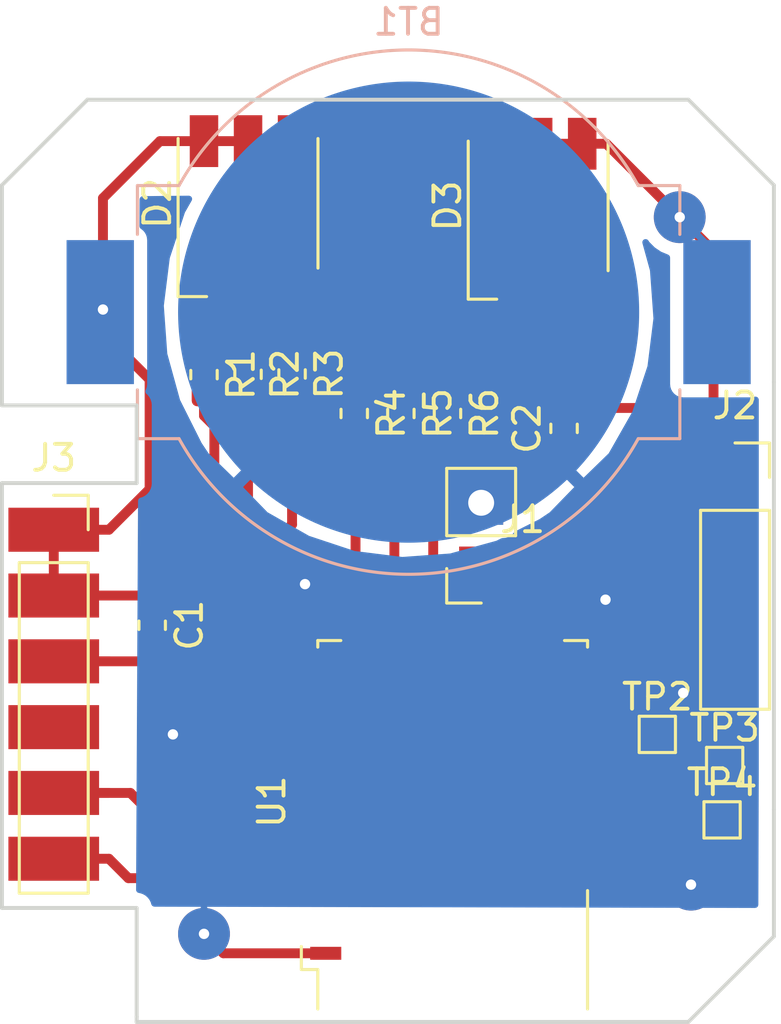
<source format=kicad_pcb>
(kicad_pcb (version 20171130) (host pcbnew "(5.1.5)-3")

  (general
    (thickness 1.6)
    (drawings 18)
    (tracks 145)
    (zones 0)
    (modules 18)
    (nets 23)
  )

  (page A4)
  (layers
    (0 F.Cu signal)
    (31 B.Cu signal)
    (32 B.Adhes user hide)
    (33 F.Adhes user hide)
    (34 B.Paste user hide)
    (35 F.Paste user hide)
    (36 B.SilkS user)
    (37 F.SilkS user)
    (38 B.Mask user)
    (39 F.Mask user)
    (40 Dwgs.User user hide)
    (41 Cmts.User user hide)
    (42 Eco1.User user hide)
    (43 Eco2.User user hide)
    (44 Edge.Cuts user)
    (45 Margin user hide)
    (46 B.CrtYd user hide)
    (47 F.CrtYd user hide)
    (48 B.Fab user hide)
    (49 F.Fab user hide)
  )

  (setup
    (last_trace_width 0.25)
    (user_trace_width 0.381)
    (user_trace_width 0.5)
    (user_trace_width 0.6)
    (user_trace_width 0.7)
    (trace_clearance 0.2)
    (zone_clearance 0.508)
    (zone_45_only no)
    (trace_min 0.2)
    (via_size 0.8)
    (via_drill 0.4)
    (via_min_size 0.4)
    (via_min_drill 0.3)
    (user_via 0.5 0.4)
    (uvia_size 0.3)
    (uvia_drill 0.1)
    (uvias_allowed no)
    (uvia_min_size 0.2)
    (uvia_min_drill 0.1)
    (edge_width 0.15)
    (segment_width 0.2)
    (pcb_text_width 0.3)
    (pcb_text_size 1.5 1.5)
    (mod_edge_width 0.15)
    (mod_text_size 1 1)
    (mod_text_width 0.15)
    (pad_size 1.7 1.7)
    (pad_drill 1)
    (pad_to_mask_clearance 0.051)
    (solder_mask_min_width 0.25)
    (aux_axis_origin 0 0)
    (visible_elements 7FFFEFFF)
    (pcbplotparams
      (layerselection 0x01000_ffffffff)
      (usegerberextensions true)
      (usegerberattributes false)
      (usegerberadvancedattributes false)
      (creategerberjobfile false)
      (excludeedgelayer true)
      (linewidth 0.100000)
      (plotframeref false)
      (viasonmask false)
      (mode 1)
      (useauxorigin false)
      (hpglpennumber 1)
      (hpglpenspeed 20)
      (hpglpendiameter 15.000000)
      (psnegative false)
      (psa4output false)
      (plotreference true)
      (plotvalue true)
      (plotinvisibletext false)
      (padsonsilk false)
      (subtractmaskfromsilk false)
      (outputformat 3)
      (mirror false)
      (drillshape 0)
      (scaleselection 1)
      (outputdirectory "Gerbers/"))
  )

  (net 0 "")
  (net 1 GND)
  (net 2 +3V3)
  (net 3 RX)
  (net 4 TX)
  (net 5 CTS)
  (net 6 RTS)
  (net 7 BLUE1)
  (net 8 RED1)
  (net 9 GREEN1)
  (net 10 "Net-(TP2-Pad1)")
  (net 11 SW0)
  (net 12 GREEN0)
  (net 13 RED0)
  (net 14 BLUE0)
  (net 15 "Net-(J3-Pad5)")
  (net 16 "Net-(J3-Pad6)")
  (net 17 "Net-(D2-Pad3)")
  (net 18 "Net-(D2-Pad2)")
  (net 19 "Net-(D2-Pad1)")
  (net 20 "Net-(D3-Pad3)")
  (net 21 "Net-(D3-Pad2)")
  (net 22 "Net-(D3-Pad1)")

  (net_class Default "This is the default net class."
    (clearance 0.2)
    (trace_width 0.25)
    (via_dia 0.8)
    (via_drill 0.4)
    (uvia_dia 0.3)
    (uvia_drill 0.1)
    (add_net +3V3)
    (add_net BLUE0)
    (add_net BLUE1)
    (add_net CTS)
    (add_net GND)
    (add_net GREEN0)
    (add_net GREEN1)
    (add_net "Net-(D2-Pad1)")
    (add_net "Net-(D2-Pad2)")
    (add_net "Net-(D2-Pad3)")
    (add_net "Net-(D3-Pad1)")
    (add_net "Net-(D3-Pad2)")
    (add_net "Net-(D3-Pad3)")
    (add_net "Net-(J3-Pad5)")
    (add_net "Net-(J3-Pad6)")
    (add_net "Net-(TP2-Pad1)")
    (add_net RED0)
    (add_net RED1)
    (add_net RTS)
    (add_net RX)
    (add_net SW0)
    (add_net TX)
  )

  (net_class Power ""
    (clearance 0.2)
    (trace_width 0.35)
    (via_dia 0.8)
    (via_drill 0.4)
    (uvia_dia 0.3)
    (uvia_drill 0.1)
  )

  (module Connector_PinSocket_2.54mm:PinSocket_1x06_P2.54mm_Vertical (layer F.Cu) (tedit 604C5942) (tstamp 604C65A6)
    (at 119.5 76)
    (descr "Through hole straight socket strip, 1x06, 2.54mm pitch, single row (from Kicad 4.0.7), script generated")
    (tags "Through hole socket strip THT 1x06 2.54mm single row")
    (path /604DE809)
    (fp_text reference J3 (at 0 -2.77) (layer F.SilkS)
      (effects (font (size 1 1) (thickness 0.15)))
    )
    (fp_text value Conn_01x06 (at 0 15.47) (layer F.Fab)
      (effects (font (size 1 1) (thickness 0.15)))
    )
    (fp_line (start -1.27 -1.27) (end 0.635 -1.27) (layer F.Fab) (width 0.1))
    (fp_line (start 0.635 -1.27) (end 1.27 -0.635) (layer F.Fab) (width 0.1))
    (fp_line (start 1.27 -0.635) (end 1.27 13.97) (layer F.Fab) (width 0.1))
    (fp_line (start 1.27 13.97) (end -1.27 13.97) (layer F.Fab) (width 0.1))
    (fp_line (start -1.27 13.97) (end -1.27 -1.27) (layer F.Fab) (width 0.1))
    (fp_line (start -1.33 1.27) (end 1.33 1.27) (layer F.SilkS) (width 0.12))
    (fp_line (start -1.33 1.27) (end -1.33 14.03) (layer F.SilkS) (width 0.12))
    (fp_line (start -1.33 14.03) (end 1.33 14.03) (layer F.SilkS) (width 0.12))
    (fp_line (start 1.33 1.27) (end 1.33 14.03) (layer F.SilkS) (width 0.12))
    (fp_line (start 1.33 -1.33) (end 1.33 0) (layer F.SilkS) (width 0.12))
    (fp_line (start 0 -1.33) (end 1.33 -1.33) (layer F.SilkS) (width 0.12))
    (fp_line (start -1.8 -1.8) (end 1.75 -1.8) (layer F.CrtYd) (width 0.05))
    (fp_line (start 1.75 -1.8) (end 1.75 14.45) (layer F.CrtYd) (width 0.05))
    (fp_line (start 1.75 14.45) (end -1.8 14.45) (layer F.CrtYd) (width 0.05))
    (fp_line (start -1.8 14.45) (end -1.8 -1.8) (layer F.CrtYd) (width 0.05))
    (fp_text user %R (at 0 6.35 90) (layer F.Fab)
      (effects (font (size 1 1) (thickness 0.15)))
    )
    (pad 1 smd rect (at 0 0) (size 3.5 1.7) (layers F.Cu F.Paste F.Mask)
      (net 2 +3V3))
    (pad 2 smd rect (at 0 2.54) (size 3.5 1.7) (layers F.Cu F.Paste F.Mask)
      (net 2 +3V3))
    (pad 3 smd rect (at 0 5.08) (size 3.5 1.7) (layers F.Cu F.Paste F.Mask)
      (net 1 GND))
    (pad 4 smd rect (at 0 7.62) (size 3.5 1.7) (layers F.Cu F.Paste F.Mask))
    (pad 5 smd rect (at 0 10.16) (size 3.5 1.7) (layers F.Cu F.Paste F.Mask)
      (net 15 "Net-(J3-Pad5)"))
    (pad 6 smd rect (at 0 12.7) (size 3.5 1.7) (layers F.Cu F.Paste F.Mask)
      (net 16 "Net-(J3-Pad6)"))
  )

  (module LED_SMD:LED_RGB_5050-6 (layer F.Cu) (tedit 59155824) (tstamp 60503E88)
    (at 127 63.4 90)
    (descr http://cdn.sparkfun.com/datasheets/Components/LED/5060BRG4.pdf)
    (tags "RGB LED 5050-6")
    (path /60437609)
    (attr smd)
    (fp_text reference D2 (at 0 -3.5 270) (layer F.SilkS)
      (effects (font (size 1 1) (thickness 0.15)))
    )
    (fp_text value LED_RGB_5050 (at 0 3.3 90) (layer F.Fab)
      (effects (font (size 1 1) (thickness 0.15)))
    )
    (fp_circle (center 0 0) (end 0 -1.9) (layer F.Fab) (width 0.1))
    (fp_text user %R (at 0 0 90) (layer F.Fab)
      (effects (font (size 0.6 0.6) (thickness 0.06)))
    )
    (fp_line (start -3.65 -2.75) (end -3.65 2.75) (layer F.CrtYd) (width 0.05))
    (fp_line (start -3.65 2.75) (end 3.65 2.75) (layer F.CrtYd) (width 0.05))
    (fp_line (start 3.65 2.75) (end 3.65 -2.75) (layer F.CrtYd) (width 0.05))
    (fp_line (start 3.65 -2.75) (end -3.65 -2.75) (layer F.CrtYd) (width 0.05))
    (fp_line (start 2.5 2.7) (end -2.5 2.7) (layer F.SilkS) (width 0.12))
    (fp_line (start -3.6 -1.6) (end -3.6 -2.7) (layer F.SilkS) (width 0.12))
    (fp_line (start -3.6 -2.7) (end 2.5 -2.7) (layer F.SilkS) (width 0.12))
    (fp_line (start -2.5 -2.5) (end -2.5 2.5) (layer F.Fab) (width 0.1))
    (fp_line (start -2.5 2.5) (end 2.5 2.5) (layer F.Fab) (width 0.1))
    (fp_line (start 2.5 2.5) (end 2.5 -2.5) (layer F.Fab) (width 0.1))
    (fp_line (start 2.5 -2.5) (end -2.5 -2.5) (layer F.Fab) (width 0.1))
    (fp_line (start -2.5 -1.9) (end -1.9 -2.5) (layer F.Fab) (width 0.1))
    (pad 6 smd rect (at 2.4 -1.7 180) (size 1.1 2) (layers F.Cu F.Paste F.Mask)
      (net 2 +3V3))
    (pad 5 smd rect (at 2.4 0 180) (size 1.1 2) (layers F.Cu F.Paste F.Mask)
      (net 2 +3V3))
    (pad 4 smd rect (at 2.4 1.7 180) (size 1.1 2) (layers F.Cu F.Paste F.Mask)
      (net 2 +3V3))
    (pad 3 smd rect (at -2.4 1.7 180) (size 1.1 2) (layers F.Cu F.Paste F.Mask)
      (net 17 "Net-(D2-Pad3)"))
    (pad 2 smd rect (at -2.4 0 180) (size 1.1 2) (layers F.Cu F.Paste F.Mask)
      (net 18 "Net-(D2-Pad2)"))
    (pad 1 smd rect (at -2.4 -1.7 180) (size 1.1 2) (layers F.Cu F.Paste F.Mask)
      (net 19 "Net-(D2-Pad1)"))
    (model ${KISYS3DMOD}/LED_SMD.3dshapes/LED_RGB_5050-6.wrl
      (at (xyz 0 0 0))
      (scale (xyz 1 1 1))
      (rotate (xyz 0 0 0))
    )
  )

  (module Resistor_SMD:R_0603_1608Metric (layer F.Cu) (tedit 5B301BBD) (tstamp 60497B2F)
    (at 125.3 70.0125 270)
    (descr "Resistor SMD 0603 (1608 Metric), square (rectangular) end terminal, IPC_7351 nominal, (Body size source: http://www.tortai-tech.com/upload/download/2011102023233369053.pdf), generated with kicad-footprint-generator")
    (tags resistor)
    (path /60493226)
    (attr smd)
    (fp_text reference R1 (at 0 -1.43 90) (layer F.SilkS)
      (effects (font (size 1 1) (thickness 0.15)))
    )
    (fp_text value 330 (at 0 1.43 90) (layer F.Fab)
      (effects (font (size 1 1) (thickness 0.15)))
    )
    (fp_text user %R (at 0 0 90) (layer F.Fab)
      (effects (font (size 0.4 0.4) (thickness 0.06)))
    )
    (fp_line (start 1.48 0.73) (end -1.48 0.73) (layer F.CrtYd) (width 0.05))
    (fp_line (start 1.48 -0.73) (end 1.48 0.73) (layer F.CrtYd) (width 0.05))
    (fp_line (start -1.48 -0.73) (end 1.48 -0.73) (layer F.CrtYd) (width 0.05))
    (fp_line (start -1.48 0.73) (end -1.48 -0.73) (layer F.CrtYd) (width 0.05))
    (fp_line (start -0.162779 0.51) (end 0.162779 0.51) (layer F.SilkS) (width 0.12))
    (fp_line (start -0.162779 -0.51) (end 0.162779 -0.51) (layer F.SilkS) (width 0.12))
    (fp_line (start 0.8 0.4) (end -0.8 0.4) (layer F.Fab) (width 0.1))
    (fp_line (start 0.8 -0.4) (end 0.8 0.4) (layer F.Fab) (width 0.1))
    (fp_line (start -0.8 -0.4) (end 0.8 -0.4) (layer F.Fab) (width 0.1))
    (fp_line (start -0.8 0.4) (end -0.8 -0.4) (layer F.Fab) (width 0.1))
    (pad 2 smd roundrect (at 0.7875 0 270) (size 0.875 0.95) (layers F.Cu F.Paste F.Mask) (roundrect_rratio 0.25)
      (net 12 GREEN0))
    (pad 1 smd roundrect (at -0.7875 0 270) (size 0.875 0.95) (layers F.Cu F.Paste F.Mask) (roundrect_rratio 0.25)
      (net 19 "Net-(D2-Pad1)"))
    (model ${KISYS3DMOD}/Resistor_SMD.3dshapes/R_0603_1608Metric.wrl
      (at (xyz 0 0 0))
      (scale (xyz 1 1 1))
      (rotate (xyz 0 0 0))
    )
  )

  (module LED_SMD:LED_RGB_5050-6 (layer F.Cu) (tedit 59155824) (tstamp 60504014)
    (at 138.2 63.5 90)
    (descr http://cdn.sparkfun.com/datasheets/Components/LED/5060BRG4.pdf)
    (tags "RGB LED 5050-6")
    (path /604447A5)
    (attr smd)
    (fp_text reference D3 (at 0 -3.5 270) (layer F.SilkS)
      (effects (font (size 1 1) (thickness 0.15)))
    )
    (fp_text value LED_RGB_5050 (at 0 3.3 90) (layer F.Fab)
      (effects (font (size 1 1) (thickness 0.15)))
    )
    (fp_circle (center 0 0) (end 0 -1.9) (layer F.Fab) (width 0.1))
    (fp_text user %R (at 0 0 90) (layer F.Fab)
      (effects (font (size 0.6 0.6) (thickness 0.06)))
    )
    (fp_line (start -3.65 -2.75) (end -3.65 2.75) (layer F.CrtYd) (width 0.05))
    (fp_line (start -3.65 2.75) (end 3.65 2.75) (layer F.CrtYd) (width 0.05))
    (fp_line (start 3.65 2.75) (end 3.65 -2.75) (layer F.CrtYd) (width 0.05))
    (fp_line (start 3.65 -2.75) (end -3.65 -2.75) (layer F.CrtYd) (width 0.05))
    (fp_line (start 2.5 2.7) (end -2.5 2.7) (layer F.SilkS) (width 0.12))
    (fp_line (start -3.6 -1.6) (end -3.6 -2.7) (layer F.SilkS) (width 0.12))
    (fp_line (start -3.6 -2.7) (end 2.5 -2.7) (layer F.SilkS) (width 0.12))
    (fp_line (start -2.5 -2.5) (end -2.5 2.5) (layer F.Fab) (width 0.1))
    (fp_line (start -2.5 2.5) (end 2.5 2.5) (layer F.Fab) (width 0.1))
    (fp_line (start 2.5 2.5) (end 2.5 -2.5) (layer F.Fab) (width 0.1))
    (fp_line (start 2.5 -2.5) (end -2.5 -2.5) (layer F.Fab) (width 0.1))
    (fp_line (start -2.5 -1.9) (end -1.9 -2.5) (layer F.Fab) (width 0.1))
    (pad 6 smd rect (at 2.4 -1.7 180) (size 1.1 2) (layers F.Cu F.Paste F.Mask)
      (net 2 +3V3))
    (pad 5 smd rect (at 2.4 0 180) (size 1.1 2) (layers F.Cu F.Paste F.Mask)
      (net 2 +3V3))
    (pad 4 smd rect (at 2.4 1.7 180) (size 1.1 2) (layers F.Cu F.Paste F.Mask)
      (net 2 +3V3))
    (pad 3 smd rect (at -2.4 1.7 180) (size 1.1 2) (layers F.Cu F.Paste F.Mask)
      (net 20 "Net-(D3-Pad3)"))
    (pad 2 smd rect (at -2.4 0 180) (size 1.1 2) (layers F.Cu F.Paste F.Mask)
      (net 21 "Net-(D3-Pad2)"))
    (pad 1 smd rect (at -2.4 -1.7 180) (size 1.1 2) (layers F.Cu F.Paste F.Mask)
      (net 22 "Net-(D3-Pad1)"))
    (model ${KISYS3DMOD}/LED_SMD.3dshapes/LED_RGB_5050-6.wrl
      (at (xyz 0 0 0))
      (scale (xyz 1 1 1))
      (rotate (xyz 0 0 0))
    )
  )

  (module Resistor_SMD:R_0603_1608Metric (layer F.Cu) (tedit 5B301BBD) (tstamp 6049776A)
    (at 127 70 270)
    (descr "Resistor SMD 0603 (1608 Metric), square (rectangular) end terminal, IPC_7351 nominal, (Body size source: http://www.tortai-tech.com/upload/download/2011102023233369053.pdf), generated with kicad-footprint-generator")
    (tags resistor)
    (path /60493EBF)
    (attr smd)
    (fp_text reference R2 (at 0 -1.43 90) (layer F.SilkS)
      (effects (font (size 1 1) (thickness 0.15)))
    )
    (fp_text value 330 (at 0 1.43 90) (layer F.Fab)
      (effects (font (size 1 1) (thickness 0.15)))
    )
    (fp_line (start -0.8 0.4) (end -0.8 -0.4) (layer F.Fab) (width 0.1))
    (fp_line (start -0.8 -0.4) (end 0.8 -0.4) (layer F.Fab) (width 0.1))
    (fp_line (start 0.8 -0.4) (end 0.8 0.4) (layer F.Fab) (width 0.1))
    (fp_line (start 0.8 0.4) (end -0.8 0.4) (layer F.Fab) (width 0.1))
    (fp_line (start -0.162779 -0.51) (end 0.162779 -0.51) (layer F.SilkS) (width 0.12))
    (fp_line (start -0.162779 0.51) (end 0.162779 0.51) (layer F.SilkS) (width 0.12))
    (fp_line (start -1.48 0.73) (end -1.48 -0.73) (layer F.CrtYd) (width 0.05))
    (fp_line (start -1.48 -0.73) (end 1.48 -0.73) (layer F.CrtYd) (width 0.05))
    (fp_line (start 1.48 -0.73) (end 1.48 0.73) (layer F.CrtYd) (width 0.05))
    (fp_line (start 1.48 0.73) (end -1.48 0.73) (layer F.CrtYd) (width 0.05))
    (fp_text user %R (at 0 0 90) (layer F.Fab)
      (effects (font (size 0.4 0.4) (thickness 0.06)))
    )
    (pad 1 smd roundrect (at -0.7875 0 270) (size 0.875 0.95) (layers F.Cu F.Paste F.Mask) (roundrect_rratio 0.25)
      (net 18 "Net-(D2-Pad2)"))
    (pad 2 smd roundrect (at 0.7875 0 270) (size 0.875 0.95) (layers F.Cu F.Paste F.Mask) (roundrect_rratio 0.25)
      (net 13 RED0))
    (model ${KISYS3DMOD}/Resistor_SMD.3dshapes/R_0603_1608Metric.wrl
      (at (xyz 0 0 0))
      (scale (xyz 1 1 1))
      (rotate (xyz 0 0 0))
    )
  )

  (module Resistor_SMD:R_0603_1608Metric (layer F.Cu) (tedit 5B301BBD) (tstamp 606F3407)
    (at 134.7 71.5125 270)
    (descr "Resistor SMD 0603 (1608 Metric), square (rectangular) end terminal, IPC_7351 nominal, (Body size source: http://www.tortai-tech.com/upload/download/2011102023233369053.pdf), generated with kicad-footprint-generator")
    (tags resistor)
    (path /60494EA7)
    (attr smd)
    (fp_text reference R6 (at 0 -1.43 90) (layer F.SilkS)
      (effects (font (size 1 1) (thickness 0.15)))
    )
    (fp_text value 330 (at 0 1.43 90) (layer F.Fab)
      (effects (font (size 1 1) (thickness 0.15)))
    )
    (fp_line (start -0.8 0.4) (end -0.8 -0.4) (layer F.Fab) (width 0.1))
    (fp_line (start -0.8 -0.4) (end 0.8 -0.4) (layer F.Fab) (width 0.1))
    (fp_line (start 0.8 -0.4) (end 0.8 0.4) (layer F.Fab) (width 0.1))
    (fp_line (start 0.8 0.4) (end -0.8 0.4) (layer F.Fab) (width 0.1))
    (fp_line (start -0.162779 -0.51) (end 0.162779 -0.51) (layer F.SilkS) (width 0.12))
    (fp_line (start -0.162779 0.51) (end 0.162779 0.51) (layer F.SilkS) (width 0.12))
    (fp_line (start -1.48 0.73) (end -1.48 -0.73) (layer F.CrtYd) (width 0.05))
    (fp_line (start -1.48 -0.73) (end 1.48 -0.73) (layer F.CrtYd) (width 0.05))
    (fp_line (start 1.48 -0.73) (end 1.48 0.73) (layer F.CrtYd) (width 0.05))
    (fp_line (start 1.48 0.73) (end -1.48 0.73) (layer F.CrtYd) (width 0.05))
    (fp_text user %R (at 0 0 90) (layer F.Fab)
      (effects (font (size 0.4 0.4) (thickness 0.06)))
    )
    (pad 1 smd roundrect (at -0.7875 0 270) (size 0.875 0.95) (layers F.Cu F.Paste F.Mask) (roundrect_rratio 0.25)
      (net 20 "Net-(D3-Pad3)"))
    (pad 2 smd roundrect (at 0.7875 0 270) (size 0.875 0.95) (layers F.Cu F.Paste F.Mask) (roundrect_rratio 0.25)
      (net 7 BLUE1))
    (model ${KISYS3DMOD}/Resistor_SMD.3dshapes/R_0603_1608Metric.wrl
      (at (xyz 0 0 0))
      (scale (xyz 1 1 1))
      (rotate (xyz 0 0 0))
    )
  )

  (module Resistor_SMD:R_0603_1608Metric (layer F.Cu) (tedit 5B301BBD) (tstamp 6049777B)
    (at 128.7 69.9875 270)
    (descr "Resistor SMD 0603 (1608 Metric), square (rectangular) end terminal, IPC_7351 nominal, (Body size source: http://www.tortai-tech.com/upload/download/2011102023233369053.pdf), generated with kicad-footprint-generator")
    (tags resistor)
    (path /604941FC)
    (attr smd)
    (fp_text reference R3 (at 0 -1.43 90) (layer F.SilkS)
      (effects (font (size 1 1) (thickness 0.15)))
    )
    (fp_text value 330 (at 0 1.43 90) (layer F.Fab)
      (effects (font (size 1 1) (thickness 0.15)))
    )
    (fp_text user %R (at 0 0 90) (layer F.Fab)
      (effects (font (size 0.4 0.4) (thickness 0.06)))
    )
    (fp_line (start 1.48 0.73) (end -1.48 0.73) (layer F.CrtYd) (width 0.05))
    (fp_line (start 1.48 -0.73) (end 1.48 0.73) (layer F.CrtYd) (width 0.05))
    (fp_line (start -1.48 -0.73) (end 1.48 -0.73) (layer F.CrtYd) (width 0.05))
    (fp_line (start -1.48 0.73) (end -1.48 -0.73) (layer F.CrtYd) (width 0.05))
    (fp_line (start -0.162779 0.51) (end 0.162779 0.51) (layer F.SilkS) (width 0.12))
    (fp_line (start -0.162779 -0.51) (end 0.162779 -0.51) (layer F.SilkS) (width 0.12))
    (fp_line (start 0.8 0.4) (end -0.8 0.4) (layer F.Fab) (width 0.1))
    (fp_line (start 0.8 -0.4) (end 0.8 0.4) (layer F.Fab) (width 0.1))
    (fp_line (start -0.8 -0.4) (end 0.8 -0.4) (layer F.Fab) (width 0.1))
    (fp_line (start -0.8 0.4) (end -0.8 -0.4) (layer F.Fab) (width 0.1))
    (pad 2 smd roundrect (at 0.7875 0 270) (size 0.875 0.95) (layers F.Cu F.Paste F.Mask) (roundrect_rratio 0.25)
      (net 14 BLUE0))
    (pad 1 smd roundrect (at -0.7875 0 270) (size 0.875 0.95) (layers F.Cu F.Paste F.Mask) (roundrect_rratio 0.25)
      (net 17 "Net-(D2-Pad3)"))
    (model ${KISYS3DMOD}/Resistor_SMD.3dshapes/R_0603_1608Metric.wrl
      (at (xyz 0 0 0))
      (scale (xyz 1 1 1))
      (rotate (xyz 0 0 0))
    )
  )

  (module Resistor_SMD:R_0603_1608Metric (layer F.Cu) (tedit 5B301BBD) (tstamp 606F3645)
    (at 132.9 71.5125 270)
    (descr "Resistor SMD 0603 (1608 Metric), square (rectangular) end terminal, IPC_7351 nominal, (Body size source: http://www.tortai-tech.com/upload/download/2011102023233369053.pdf), generated with kicad-footprint-generator")
    (tags resistor)
    (path /60494C03)
    (attr smd)
    (fp_text reference R5 (at 0 -1.43 90) (layer F.SilkS)
      (effects (font (size 1 1) (thickness 0.15)))
    )
    (fp_text value 330 (at 0 1.43 90) (layer F.Fab)
      (effects (font (size 1 1) (thickness 0.15)))
    )
    (fp_text user %R (at 0 0 90) (layer F.Fab)
      (effects (font (size 0.4 0.4) (thickness 0.06)))
    )
    (fp_line (start 1.48 0.73) (end -1.48 0.73) (layer F.CrtYd) (width 0.05))
    (fp_line (start 1.48 -0.73) (end 1.48 0.73) (layer F.CrtYd) (width 0.05))
    (fp_line (start -1.48 -0.73) (end 1.48 -0.73) (layer F.CrtYd) (width 0.05))
    (fp_line (start -1.48 0.73) (end -1.48 -0.73) (layer F.CrtYd) (width 0.05))
    (fp_line (start -0.162779 0.51) (end 0.162779 0.51) (layer F.SilkS) (width 0.12))
    (fp_line (start -0.162779 -0.51) (end 0.162779 -0.51) (layer F.SilkS) (width 0.12))
    (fp_line (start 0.8 0.4) (end -0.8 0.4) (layer F.Fab) (width 0.1))
    (fp_line (start 0.8 -0.4) (end 0.8 0.4) (layer F.Fab) (width 0.1))
    (fp_line (start -0.8 -0.4) (end 0.8 -0.4) (layer F.Fab) (width 0.1))
    (fp_line (start -0.8 0.4) (end -0.8 -0.4) (layer F.Fab) (width 0.1))
    (pad 2 smd roundrect (at 0.7875 0 270) (size 0.875 0.95) (layers F.Cu F.Paste F.Mask) (roundrect_rratio 0.25)
      (net 8 RED1))
    (pad 1 smd roundrect (at -0.7875 0 270) (size 0.875 0.95) (layers F.Cu F.Paste F.Mask) (roundrect_rratio 0.25)
      (net 21 "Net-(D3-Pad2)"))
    (model ${KISYS3DMOD}/Resistor_SMD.3dshapes/R_0603_1608Metric.wrl
      (at (xyz 0 0 0))
      (scale (xyz 1 1 1))
      (rotate (xyz 0 0 0))
    )
  )

  (module Resistor_SMD:R_0603_1608Metric (layer F.Cu) (tedit 5B301BBD) (tstamp 606F3437)
    (at 131.1 71.5125 270)
    (descr "Resistor SMD 0603 (1608 Metric), square (rectangular) end terminal, IPC_7351 nominal, (Body size source: http://www.tortai-tech.com/upload/download/2011102023233369053.pdf), generated with kicad-footprint-generator")
    (tags resistor)
    (path /6049455D)
    (attr smd)
    (fp_text reference R4 (at 0 -1.43 90) (layer F.SilkS)
      (effects (font (size 1 1) (thickness 0.15)))
    )
    (fp_text value 330 (at 0 1.43 90) (layer F.Fab)
      (effects (font (size 1 1) (thickness 0.15)))
    )
    (fp_line (start -0.8 0.4) (end -0.8 -0.4) (layer F.Fab) (width 0.1))
    (fp_line (start -0.8 -0.4) (end 0.8 -0.4) (layer F.Fab) (width 0.1))
    (fp_line (start 0.8 -0.4) (end 0.8 0.4) (layer F.Fab) (width 0.1))
    (fp_line (start 0.8 0.4) (end -0.8 0.4) (layer F.Fab) (width 0.1))
    (fp_line (start -0.162779 -0.51) (end 0.162779 -0.51) (layer F.SilkS) (width 0.12))
    (fp_line (start -0.162779 0.51) (end 0.162779 0.51) (layer F.SilkS) (width 0.12))
    (fp_line (start -1.48 0.73) (end -1.48 -0.73) (layer F.CrtYd) (width 0.05))
    (fp_line (start -1.48 -0.73) (end 1.48 -0.73) (layer F.CrtYd) (width 0.05))
    (fp_line (start 1.48 -0.73) (end 1.48 0.73) (layer F.CrtYd) (width 0.05))
    (fp_line (start 1.48 0.73) (end -1.48 0.73) (layer F.CrtYd) (width 0.05))
    (fp_text user %R (at 0 0 90) (layer F.Fab)
      (effects (font (size 0.4 0.4) (thickness 0.06)))
    )
    (pad 1 smd roundrect (at -0.7875 0 270) (size 0.875 0.95) (layers F.Cu F.Paste F.Mask) (roundrect_rratio 0.25)
      (net 22 "Net-(D3-Pad1)"))
    (pad 2 smd roundrect (at 0.7875 0 270) (size 0.875 0.95) (layers F.Cu F.Paste F.Mask) (roundrect_rratio 0.25)
      (net 9 GREEN1))
    (model ${KISYS3DMOD}/Resistor_SMD.3dshapes/R_0603_1608Metric.wrl
      (at (xyz 0 0 0))
      (scale (xyz 1 1 1))
      (rotate (xyz 0 0 0))
    )
  )

  (module Battery:BatteryHolder_MPD_BC2003_1x2032 (layer B.Cu) (tedit 5D9C8106) (tstamp 604C5D7F)
    (at 133.2 67.6 180)
    (descr http://www.memoryprotectiondevices.com/datasheets/BC-2003-datasheet.pdf)
    (tags "BC2003 CR2032 2032 Battery Holder")
    (path /6041C4DE)
    (attr smd)
    (fp_text reference BT1 (at 0 11.2) (layer B.SilkS)
      (effects (font (size 1 1) (thickness 0.15)) (justify mirror))
    )
    (fp_text value Battery_Cell (at 0 -11.2) (layer B.Fab)
      (effects (font (size 1 1) (thickness 0.15)) (justify mirror))
    )
    (fp_line (start -10.35 -4.765) (end 10.35 -4.765) (layer B.Fab) (width 0.1))
    (fp_line (start -10.35 4.765) (end 10.35 4.765) (layer B.Fab) (width 0.1))
    (fp_line (start -10.35 -4.765) (end -10.35 4.765) (layer B.Fab) (width 0.1))
    (fp_line (start 10.35 -4.765) (end 10.35 4.765) (layer B.Fab) (width 0.1))
    (fp_line (start 10.35 -2.525) (end 12 -2.525) (layer B.Fab) (width 0.1))
    (fp_line (start 10.35 2.525) (end 12 2.525) (layer B.Fab) (width 0.1))
    (fp_line (start 12.7 1.825) (end 12 2.525) (layer B.Fab) (width 0.1))
    (fp_line (start 12.7 -1.825) (end 12 -2.525) (layer B.Fab) (width 0.1))
    (fp_line (start 12.7 1.825) (end 12.7 -1.825) (layer B.Fab) (width 0.1))
    (fp_line (start -10.35 2.525) (end -12 2.525) (layer B.Fab) (width 0.1))
    (fp_line (start -10.35 -2.525) (end -12 -2.525) (layer B.Fab) (width 0.1))
    (fp_line (start -12.7 1.825) (end -12 2.525) (layer B.Fab) (width 0.1))
    (fp_line (start -12.7 -1.825) (end -12 -2.525) (layer B.Fab) (width 0.1))
    (fp_line (start -12.7 1.825) (end -12.7 -1.825) (layer B.Fab) (width 0.1))
    (fp_text user %R (at 0 0) (layer B.Fab)
      (effects (font (size 1 1) (thickness 0.15)) (justify mirror))
    )
    (fp_line (start -10.47 4.885) (end -8.86291 4.885) (layer B.SilkS) (width 0.12))
    (fp_line (start -10.47 3) (end -10.47 4.885) (layer B.SilkS) (width 0.12))
    (fp_line (start 10.47 3) (end 10.47 4.885) (layer B.SilkS) (width 0.12))
    (fp_line (start -10.47 -3) (end -10.47 -4.885) (layer B.SilkS) (width 0.12))
    (fp_line (start 10.47 -3) (end 10.47 -4.885) (layer B.SilkS) (width 0.12))
    (fp_line (start 10.47 4.885) (end 8.86291 4.885) (layer B.SilkS) (width 0.12))
    (fp_line (start -10.47 -4.885) (end -8.86291 -4.885) (layer B.SilkS) (width 0.12))
    (fp_line (start 10.47 -4.885) (end 8.86291 -4.885) (layer B.SilkS) (width 0.12))
    (fp_line (start 8.94 5.01) (end 10.6 5.01) (layer B.CrtYd) (width 0.05))
    (fp_line (start 10.6 5.01) (end 10.6 3.03) (layer B.CrtYd) (width 0.05))
    (fp_line (start 10.6 3.03) (end 13.45 3.03) (layer B.CrtYd) (width 0.05))
    (fp_line (start 13.45 3.03) (end 13.45 -3.03) (layer B.CrtYd) (width 0.05))
    (fp_line (start 10.6 -3.03) (end 13.45 -3.03) (layer B.CrtYd) (width 0.05))
    (fp_line (start 10.6 -5.01) (end 10.6 -3.03) (layer B.CrtYd) (width 0.05))
    (fp_arc (start 0 0) (end 8.94 5.01) (angle 121.4) (layer B.CrtYd) (width 0.05))
    (fp_line (start 8.94 -5.01) (end 10.6 -5.01) (layer B.CrtYd) (width 0.05))
    (fp_line (start -8.94 5.01) (end -10.6 5.01) (layer B.CrtYd) (width 0.05))
    (fp_line (start -10.6 5.01) (end -10.6 3.03) (layer B.CrtYd) (width 0.05))
    (fp_line (start -10.6 3.03) (end -13.45 3.03) (layer B.CrtYd) (width 0.05))
    (fp_line (start -13.45 3.03) (end -13.45 -3.03) (layer B.CrtYd) (width 0.05))
    (fp_line (start -13.45 -3.03) (end -10.6 -3.03) (layer B.CrtYd) (width 0.05))
    (fp_line (start -10.6 -5.01) (end -10.6 -3.03) (layer B.CrtYd) (width 0.05))
    (fp_line (start -10.6 -5.01) (end -8.94 -5.01) (layer B.CrtYd) (width 0.05))
    (fp_arc (start 0 0) (end -8.94 -5.01) (angle 121.3) (layer B.CrtYd) (width 0.05))
    (fp_arc (start 0 0) (end 8.86291 4.885) (angle 122.2752329) (layer B.SilkS) (width 0.12))
    (fp_arc (start 0 0) (end -8.86291 -4.885) (angle 122.3) (layer B.SilkS) (width 0.12))
    (pad 2 smd circle (at 0 0 180) (size 17.8 17.8) (layers B.Cu B.Mask)
      (net 1 GND))
    (pad 1 smd rect (at 11.905 0 180) (size 2.6 5.56) (layers B.Cu B.Paste B.Mask)
      (net 2 +3V3))
    (pad 1 smd rect (at -11.905 0 180) (size 2.6 5.56) (layers B.Cu B.Paste B.Mask)
      (net 2 +3V3))
    (model ${KISYS3DMOD}/Battery.3dshapes/BatteryHolder_MPD_BC2003_1x2032.wrl
      (at (xyz 0 0 0))
      (scale (xyz 1 1 1))
      (rotate (xyz 0 -5 180))
    )
    (model ${KIPRJMOD}/BAT-HLD-001.stp
      (offset (xyz 0 0 4.5))
      (scale (xyz 1 1 1))
      (rotate (xyz -90 0 0))
    )
  )

  (module RF_Module:Laird_BL652 (layer F.Cu) (tedit 60484F4E) (tstamp 6050438D)
    (at 134.9 86.5 90)
    (descr "Bluetooth v4.2 + NFC module")
    (tags "Bluetooth BLE NFC")
    (path /6042AA22)
    (attr smd)
    (fp_text reference U1 (at 0 -6.985 90) (layer F.SilkS)
      (effects (font (size 1 1) (thickness 0.15)))
    )
    (fp_text value az_BL652 (at 0 0 90) (layer F.Fab)
      (effects (font (size 1 1) (thickness 0.15)))
    )
    (fp_line (start -3.429 5.207) (end -8.001 5.207) (layer F.SilkS) (width 0.12))
    (fp_line (start -6.477 -5.842) (end -5.588 -5.842) (layer F.SilkS) (width 0.12))
    (fp_line (start -6.477 -5.207) (end -6.477 -5.842) (layer F.SilkS) (width 0.12))
    (fp_line (start -8.001 -5.207) (end -6.477 -5.207) (layer F.SilkS) (width 0.12))
    (fp_line (start 6.223 5.207) (end 5.969 5.207) (layer F.SilkS) (width 0.12))
    (fp_line (start 6.223 -5.207) (end 6.223 -4.318) (layer F.SilkS) (width 0.12))
    (fp_line (start 5.969 -5.207) (end 6.223 -5.207) (layer F.SilkS) (width 0.12))
    (fp_line (start 7 6) (end -8.25 6) (layer F.CrtYd) (width 0.05))
    (fp_line (start -8.25 6) (end -8.25 -6) (layer F.CrtYd) (width 0.05))
    (fp_line (start -8.25 -6) (end 7 -6) (layer F.CrtYd) (width 0.05))
    (fp_line (start 7 -6) (end 7 6) (layer F.CrtYd) (width 0.05))
    (fp_line (start 6.223 5.207) (end 6.223 4.318) (layer F.SilkS) (width 0.12))
    (fp_line (start 5.95 5) (end -8.05 5) (layer F.Fab) (width 0.1))
    (fp_line (start 5.95 -5) (end 5.95 5) (layer F.Fab) (width 0.1))
    (fp_line (start -8.05 -5) (end 5.9 -5) (layer F.Fab) (width 0.1))
    (fp_line (start -8.05 -5) (end -8.05 5) (layer F.Fab) (width 0.1))
    (fp_text user %R (at 0 -2.5 90) (layer F.Fab)
      (effects (font (size 1 1) (thickness 0.15)))
    )
    (pad 1 smd rect (at -5.85 -4.9 180) (size 1.2 0.5) (layers F.Cu F.Paste F.Mask)
      (net 1 GND))
    (pad 5 smd rect (at -2.95 -4.9 180) (size 1.2 0.3) (layers F.Cu F.Paste F.Mask)
      (net 16 "Net-(J3-Pad6)"))
    (pad 6 smd rect (at -2 -4.9 180) (size 1.2 0.3) (layers F.Cu F.Paste F.Mask)
      (net 15 "Net-(J3-Pad5)"))
    (pad 10 smd rect (at 0.9 -4.9 180) (size 1.2 0.5) (layers F.Cu F.Paste F.Mask)
      (net 12 GREEN0))
    (pad 12 smd rect (at 2.4 -4.9 180) (size 1.2 0.5) (layers F.Cu F.Paste F.Mask)
      (net 13 RED0))
    (pad 14 smd rect (at 3.9 -4.9 180) (size 1.2 0.5) (layers F.Cu F.Paste F.Mask)
      (net 14 BLUE0))
    (pad 16 smd rect (at 5.4 -4.9 180) (size 0.6 0.5) (layers F.Cu F.Paste F.Mask)
      (net 1 GND))
    (pad 17 smd rect (at 5.85 -3.75 90) (size 1.2 0.5) (layers F.Cu F.Paste F.Mask)
      (net 9 GREEN1))
    (pad 19 smd rect (at 5.85 -2.25 90) (size 1.2 0.5) (layers F.Cu F.Paste F.Mask)
      (net 8 RED1))
    (pad 21 smd rect (at 5.85 -0.75 90) (size 1.2 0.5) (layers F.Cu F.Paste F.Mask)
      (net 7 BLUE1))
    (pad 23 smd rect (at 5.85 0.75 90) (size 1.2 0.5) (layers F.Cu F.Paste F.Mask)
      (net 11 SW0))
    (pad 26 smd rect (at 5.85 2.9 90) (size 1.2 0.3) (layers F.Cu F.Paste F.Mask)
      (net 2 +3V3))
    (pad 27 smd rect (at 5.85 3.85 90) (size 1.2 0.3) (layers F.Cu F.Paste F.Mask)
      (net 1 GND))
    (pad 29 smd rect (at 4.65 4.9 180) (size 1.2 0.5) (layers F.Cu F.Paste F.Mask)
      (net 3 RX))
    (pad 31 smd rect (at 3.15 4.9 180) (size 1.2 0.5) (layers F.Cu F.Paste F.Mask)
      (net 4 TX))
    (pad 33 smd rect (at 1.65 4.9 180) (size 1.2 0.5) (layers F.Cu F.Paste F.Mask)
      (net 10 "Net-(TP2-Pad1)"))
    (pad 35 smd rect (at 0.15 4.9 180) (size 1.2 0.5) (layers F.Cu F.Paste F.Mask)
      (net 6 RTS))
    (pad 37 smd rect (at -1.35 4.9 180) (size 1.2 0.5) (layers F.Cu F.Paste F.Mask)
      (net 5 CTS))
    (pad 39 smd rect (at -2.85 4.9 180) (size 1.2 0.5) (layers F.Cu F.Paste F.Mask)
      (net 1 GND))
    (model ${KISYS3DMOD}/RF_Module.3dshapes/Laird_BL652.wrl
      (offset (xyz 0 0.25 0))
      (scale (xyz 1 1 1))
      (rotate (xyz 0 0 0))
    )
    (model ${KIPRJMOD}/BL652_SA_A1.STEP
      (offset (xyz 5.88 -4.95 0))
      (scale (xyz 0.98 1 0.98))
      (rotate (xyz -90 0 -90))
    )
  )

  (module Connector_PinSocket_2.54mm:PinSocket_1x04_P2.54mm_Vertical (layer F.Cu) (tedit 6050493F) (tstamp 60504497)
    (at 145.8 73.98)
    (descr "Through hole straight socket strip, 1x04, 2.54mm pitch, single row (from Kicad 4.0.7), script generated")
    (tags "Through hole socket strip THT 1x04 2.54mm single row")
    (path /6045B738)
    (fp_text reference J2 (at 0 -2.77) (layer F.SilkS)
      (effects (font (size 1 1) (thickness 0.15)))
    )
    (fp_text value Conn_01x04 (at 0 10.39) (layer F.Fab)
      (effects (font (size 1 1) (thickness 0.15)))
    )
    (fp_line (start -1.27 -1.27) (end 0.635 -1.27) (layer F.Fab) (width 0.1))
    (fp_line (start 0.635 -1.27) (end 1.27 -0.635) (layer F.Fab) (width 0.1))
    (fp_line (start 1.27 -0.635) (end 1.27 8.89) (layer F.Fab) (width 0.1))
    (fp_line (start 1.27 8.89) (end -1.27 8.89) (layer F.Fab) (width 0.1))
    (fp_line (start -1.27 8.89) (end -1.27 -1.27) (layer F.Fab) (width 0.1))
    (fp_line (start -1.33 1.27) (end 1.33 1.27) (layer F.SilkS) (width 0.12))
    (fp_line (start -1.33 1.27) (end -1.33 8.95) (layer F.SilkS) (width 0.12))
    (fp_line (start -1.33 8.95) (end 1.33 8.95) (layer F.SilkS) (width 0.12))
    (fp_line (start 1.33 1.27) (end 1.33 8.95) (layer F.SilkS) (width 0.12))
    (fp_line (start 1.33 -1.33) (end 1.33 0) (layer F.SilkS) (width 0.12))
    (fp_line (start 0 -1.33) (end 1.33 -1.33) (layer F.SilkS) (width 0.12))
    (fp_line (start -1.8 -1.8) (end 1.75 -1.8) (layer F.CrtYd) (width 0.05))
    (fp_line (start 1.75 -1.8) (end 1.75 9.4) (layer F.CrtYd) (width 0.05))
    (fp_line (start 1.75 9.4) (end -1.8 9.4) (layer F.CrtYd) (width 0.05))
    (fp_line (start -1.8 9.4) (end -1.8 -1.8) (layer F.CrtYd) (width 0.05))
    (fp_text user %R (at 0 3.81 90) (layer F.Fab)
      (effects (font (size 1 1) (thickness 0.15)))
    )
    (pad 1 smd rect (at 0 0) (size 1.7 1.7) (layers F.Cu F.Paste F.Mask)
      (net 2 +3V3))
    (pad 2 smd rect (at 0 2.54) (size 1.7 1.7) (layers F.Cu F.Paste F.Mask)
      (net 3 RX))
    (pad 3 smd rect (at 0 5.08) (size 1.7 1.7) (layers F.Cu F.Paste F.Mask)
      (net 4 TX))
    (pad 4 smd rect (at 0 7.62) (size 1.7 1.7) (layers F.Cu F.Paste F.Mask)
      (net 1 GND))
  )

  (module Capacitor_SMD:C_0603_1608Metric (layer F.Cu) (tedit 5B301BBE) (tstamp 6041B247)
    (at 123.3 79.6875 270)
    (descr "Capacitor SMD 0603 (1608 Metric), square (rectangular) end terminal, IPC_7351 nominal, (Body size source: http://www.tortai-tech.com/upload/download/2011102023233369053.pdf), generated with kicad-footprint-generator")
    (tags capacitor)
    (path /604678FD)
    (attr smd)
    (fp_text reference C1 (at 0 -1.43 90) (layer F.SilkS)
      (effects (font (size 1 1) (thickness 0.15)))
    )
    (fp_text value C (at 0 1.43 90) (layer F.Fab)
      (effects (font (size 1 1) (thickness 0.15)))
    )
    (fp_line (start -0.8 0.4) (end -0.8 -0.4) (layer F.Fab) (width 0.1))
    (fp_line (start -0.8 -0.4) (end 0.8 -0.4) (layer F.Fab) (width 0.1))
    (fp_line (start 0.8 -0.4) (end 0.8 0.4) (layer F.Fab) (width 0.1))
    (fp_line (start 0.8 0.4) (end -0.8 0.4) (layer F.Fab) (width 0.1))
    (fp_line (start -0.162779 -0.51) (end 0.162779 -0.51) (layer F.SilkS) (width 0.12))
    (fp_line (start -0.162779 0.51) (end 0.162779 0.51) (layer F.SilkS) (width 0.12))
    (fp_line (start -1.48 0.73) (end -1.48 -0.73) (layer F.CrtYd) (width 0.05))
    (fp_line (start -1.48 -0.73) (end 1.48 -0.73) (layer F.CrtYd) (width 0.05))
    (fp_line (start 1.48 -0.73) (end 1.48 0.73) (layer F.CrtYd) (width 0.05))
    (fp_line (start 1.48 0.73) (end -1.48 0.73) (layer F.CrtYd) (width 0.05))
    (fp_text user %R (at 0 0 90) (layer F.Fab)
      (effects (font (size 0.4 0.4) (thickness 0.06)))
    )
    (pad 1 smd roundrect (at -0.7875 0 270) (size 0.875 0.95) (layers F.Cu F.Paste F.Mask) (roundrect_rratio 0.25)
      (net 2 +3V3))
    (pad 2 smd roundrect (at 0.7875 0 270) (size 0.875 0.95) (layers F.Cu F.Paste F.Mask) (roundrect_rratio 0.25)
      (net 1 GND))
    (model ${KISYS3DMOD}/Capacitor_SMD.3dshapes/C_0603_1608Metric.wrl
      (at (xyz 0 0 0))
      (scale (xyz 1 1 1))
      (rotate (xyz 0 0 0))
    )
  )

  (module Connector_PinSocket_2.54mm:PinSocket_1x02_P2.54mm_Vertical (layer F.Cu) (tedit 606F60D3) (tstamp 606F52BC)
    (at 136 77.5 180)
    (descr "Through hole straight socket strip, 1x02, 2.54mm pitch, single row (from Kicad 4.0.7), script generated")
    (tags "Through hole socket strip THT 1x02 2.54mm single row")
    (path /6045EA40)
    (fp_text reference J1 (at -1.6 1.9) (layer F.SilkS)
      (effects (font (size 1 1) (thickness 0.15)))
    )
    (fp_text value Conn_01x02 (at 0 5.31) (layer F.Fab)
      (effects (font (size 1 1) (thickness 0.15)))
    )
    (fp_text user %R (at 0 1.27 90) (layer F.Fab)
      (effects (font (size 1 1) (thickness 0.15)))
    )
    (fp_line (start -1.8 4.3) (end -1.8 -1.8) (layer F.CrtYd) (width 0.05))
    (fp_line (start 1.75 4.3) (end -1.8 4.3) (layer F.CrtYd) (width 0.05))
    (fp_line (start 1.75 -1.8) (end 1.75 4.3) (layer F.CrtYd) (width 0.05))
    (fp_line (start -1.8 -1.8) (end 1.75 -1.8) (layer F.CrtYd) (width 0.05))
    (fp_line (start 0 -1.33) (end 1.33 -1.33) (layer F.SilkS) (width 0.12))
    (fp_line (start 1.33 -1.33) (end 1.33 0) (layer F.SilkS) (width 0.12))
    (fp_line (start 1.33 1.27) (end 1.33 3.87) (layer F.SilkS) (width 0.12))
    (fp_line (start -1.33 3.87) (end 1.33 3.87) (layer F.SilkS) (width 0.12))
    (fp_line (start -1.33 1.27) (end -1.33 3.87) (layer F.SilkS) (width 0.12))
    (fp_line (start -1.33 1.27) (end 1.33 1.27) (layer F.SilkS) (width 0.12))
    (fp_line (start -1.27 3.81) (end -1.27 -1.27) (layer F.Fab) (width 0.1))
    (fp_line (start 1.27 3.81) (end -1.27 3.81) (layer F.Fab) (width 0.1))
    (fp_line (start 1.27 -0.635) (end 1.27 3.81) (layer F.Fab) (width 0.1))
    (fp_line (start 0.635 -1.27) (end 1.27 -0.635) (layer F.Fab) (width 0.1))
    (fp_line (start -1.27 -1.27) (end 0.635 -1.27) (layer F.Fab) (width 0.1))
    (pad 2 thru_hole rect (at 0 2.54 180) (size 1.7 1.7) (drill 1) (layers *.Cu *.Mask)
      (net 1 GND))
    (pad 1 smd rect (at 0 0 180) (size 1.7 1.7) (layers F.Cu F.Paste F.Mask)
      (net 11 SW0))
  )

  (module TestPoint:TestPoint_Pad_1.0x1.0mm (layer F.Cu) (tedit 5A0F774F) (tstamp 605043E8)
    (at 142.8 83.9)
    (descr "SMD rectangular pad as test Point, square 1.0mm side length")
    (tags "test point SMD pad rectangle square")
    (path /6045E930)
    (attr virtual)
    (fp_text reference TP2 (at 0 -1.448) (layer F.SilkS)
      (effects (font (size 1 1) (thickness 0.15)))
    )
    (fp_text value TestPoint (at 0 1.55) (layer F.Fab)
      (effects (font (size 1 1) (thickness 0.15)))
    )
    (fp_text user %R (at 0 -1.45) (layer F.Fab)
      (effects (font (size 1 1) (thickness 0.15)))
    )
    (fp_line (start -0.7 -0.7) (end 0.7 -0.7) (layer F.SilkS) (width 0.12))
    (fp_line (start 0.7 -0.7) (end 0.7 0.7) (layer F.SilkS) (width 0.12))
    (fp_line (start 0.7 0.7) (end -0.7 0.7) (layer F.SilkS) (width 0.12))
    (fp_line (start -0.7 0.7) (end -0.7 -0.7) (layer F.SilkS) (width 0.12))
    (fp_line (start -1 -1) (end 1 -1) (layer F.CrtYd) (width 0.05))
    (fp_line (start -1 -1) (end -1 1) (layer F.CrtYd) (width 0.05))
    (fp_line (start 1 1) (end 1 -1) (layer F.CrtYd) (width 0.05))
    (fp_line (start 1 1) (end -1 1) (layer F.CrtYd) (width 0.05))
    (pad 1 smd circle (at 0 0) (size 1 1) (layers F.Cu F.Mask)
      (net 10 "Net-(TP2-Pad1)"))
  )

  (module TestPoint:TestPoint_Pad_1.0x1.0mm (layer F.Cu) (tedit 5A0F774F) (tstamp 60504466)
    (at 145.4 85.1)
    (descr "SMD rectangular pad as test Point, square 1.0mm side length")
    (tags "test point SMD pad rectangle square")
    (path /6045E3B6)
    (attr virtual)
    (fp_text reference TP3 (at 0 -1.448) (layer F.SilkS)
      (effects (font (size 1 1) (thickness 0.15)))
    )
    (fp_text value TestPoint (at 0 1.55) (layer F.Fab)
      (effects (font (size 1 1) (thickness 0.15)))
    )
    (fp_line (start 1 1) (end -1 1) (layer F.CrtYd) (width 0.05))
    (fp_line (start 1 1) (end 1 -1) (layer F.CrtYd) (width 0.05))
    (fp_line (start -1 -1) (end -1 1) (layer F.CrtYd) (width 0.05))
    (fp_line (start -1 -1) (end 1 -1) (layer F.CrtYd) (width 0.05))
    (fp_line (start -0.7 0.7) (end -0.7 -0.7) (layer F.SilkS) (width 0.12))
    (fp_line (start 0.7 0.7) (end -0.7 0.7) (layer F.SilkS) (width 0.12))
    (fp_line (start 0.7 -0.7) (end 0.7 0.7) (layer F.SilkS) (width 0.12))
    (fp_line (start -0.7 -0.7) (end 0.7 -0.7) (layer F.SilkS) (width 0.12))
    (fp_text user %R (at 0 -1.45) (layer F.Fab)
      (effects (font (size 1 1) (thickness 0.15)))
    )
    (pad 1 smd circle (at 0 0) (size 1 1) (layers F.Cu F.Mask)
      (net 6 RTS))
  )

  (module TestPoint:TestPoint_Pad_1.0x1.0mm (layer F.Cu) (tedit 5A0F774F) (tstamp 60504567)
    (at 145.3 87.2)
    (descr "SMD rectangular pad as test Point, square 1.0mm side length")
    (tags "test point SMD pad rectangle square")
    (path /6045D3B0)
    (attr virtual)
    (fp_text reference TP4 (at 0 -1.448) (layer F.SilkS)
      (effects (font (size 1 1) (thickness 0.15)))
    )
    (fp_text value TestPoint (at 0 1.55) (layer F.Fab)
      (effects (font (size 1 1) (thickness 0.15)))
    )
    (fp_text user %R (at 0 -1.45) (layer F.Fab)
      (effects (font (size 1 1) (thickness 0.15)))
    )
    (fp_line (start -0.7 -0.7) (end 0.7 -0.7) (layer F.SilkS) (width 0.12))
    (fp_line (start 0.7 -0.7) (end 0.7 0.7) (layer F.SilkS) (width 0.12))
    (fp_line (start 0.7 0.7) (end -0.7 0.7) (layer F.SilkS) (width 0.12))
    (fp_line (start -0.7 0.7) (end -0.7 -0.7) (layer F.SilkS) (width 0.12))
    (fp_line (start -1 -1) (end 1 -1) (layer F.CrtYd) (width 0.05))
    (fp_line (start -1 -1) (end -1 1) (layer F.CrtYd) (width 0.05))
    (fp_line (start 1 1) (end 1 -1) (layer F.CrtYd) (width 0.05))
    (fp_line (start 1 1) (end -1 1) (layer F.CrtYd) (width 0.05))
    (pad 1 smd circle (at 0 0) (size 1 1) (layers F.Cu F.Mask)
      (net 5 CTS))
  )

  (module Capacitor_SMD:C_0603_1608Metric (layer F.Cu) (tedit 5B301BBE) (tstamp 6050453A)
    (at 139.2 72.0875 90)
    (descr "Capacitor SMD 0603 (1608 Metric), square (rectangular) end terminal, IPC_7351 nominal, (Body size source: http://www.tortai-tech.com/upload/download/2011102023233369053.pdf), generated with kicad-footprint-generator")
    (tags capacitor)
    (path /60484810)
    (attr smd)
    (fp_text reference C2 (at 0 -1.43 90) (layer F.SilkS)
      (effects (font (size 1 1) (thickness 0.15)))
    )
    (fp_text value C (at 0 1.43 90) (layer F.Fab)
      (effects (font (size 1 1) (thickness 0.15)))
    )
    (fp_line (start -0.8 0.4) (end -0.8 -0.4) (layer F.Fab) (width 0.1))
    (fp_line (start -0.8 -0.4) (end 0.8 -0.4) (layer F.Fab) (width 0.1))
    (fp_line (start 0.8 -0.4) (end 0.8 0.4) (layer F.Fab) (width 0.1))
    (fp_line (start 0.8 0.4) (end -0.8 0.4) (layer F.Fab) (width 0.1))
    (fp_line (start -0.162779 -0.51) (end 0.162779 -0.51) (layer F.SilkS) (width 0.12))
    (fp_line (start -0.162779 0.51) (end 0.162779 0.51) (layer F.SilkS) (width 0.12))
    (fp_line (start -1.48 0.73) (end -1.48 -0.73) (layer F.CrtYd) (width 0.05))
    (fp_line (start -1.48 -0.73) (end 1.48 -0.73) (layer F.CrtYd) (width 0.05))
    (fp_line (start 1.48 -0.73) (end 1.48 0.73) (layer F.CrtYd) (width 0.05))
    (fp_line (start 1.48 0.73) (end -1.48 0.73) (layer F.CrtYd) (width 0.05))
    (fp_text user %R (at 0 0 90) (layer F.Fab)
      (effects (font (size 0.4 0.4) (thickness 0.06)))
    )
    (pad 1 smd roundrect (at -0.7875 0 90) (size 0.875 0.95) (layers F.Cu F.Paste F.Mask) (roundrect_rratio 0.25)
      (net 1 GND))
    (pad 2 smd roundrect (at 0.7875 0 90) (size 0.875 0.95) (layers F.Cu F.Paste F.Mask) (roundrect_rratio 0.25)
      (net 2 +3V3))
    (model ${KISYS3DMOD}/Capacitor_SMD.3dshapes/C_0603_1608Metric.wrl
      (at (xyz 0 0 0))
      (scale (xyz 1 1 1))
      (rotate (xyz 0 0 0))
    )
  )

  (gr_line (start 122.7 94.8) (end 122.7 94.8) (layer Edge.Cuts) (width 0.15))
  (gr_line (start 122.7 95) (end 122.7 94.8) (layer Edge.Cuts) (width 0.15))
  (gr_line (start 122.7 95) (end 122.7 95) (layer Edge.Cuts) (width 0.15))
  (gr_line (start 122.7 71.2) (end 117.5 71.2) (layer Edge.Cuts) (width 0.15) (tstamp 606F4D84))
  (gr_line (start 122.7 74.2) (end 122.7 71.2) (layer Edge.Cuts) (width 0.15) (tstamp 606F4EB7))
  (gr_line (start 117.5 62.7) (end 120.8 59.4) (layer Edge.Cuts) (width 0.15) (tstamp 606F4D3A))
  (gr_line (start 147.3 91.7) (end 144 95) (layer Edge.Cuts) (width 0.15) (tstamp 606F3941))
  (gr_line (start 144 59.4) (end 147.3 62.7) (layer Edge.Cuts) (width 0.15) (tstamp 606F392B))
  (gr_line (start 147.3 91.7) (end 147.3 86.8) (layer Edge.Cuts) (width 0.15) (tstamp 60504F5C))
  (gr_line (start 122.7 95) (end 144 95) (layer Edge.Cuts) (width 0.15))
  (gr_line (start 122.7 90.6) (end 122.7 94.8) (layer Edge.Cuts) (width 0.15))
  (gr_line (start 117.5 71.2) (end 117.5 62.7) (layer Edge.Cuts) (width 0.15))
  (gr_line (start 117.5 90.6) (end 122.7 90.6) (layer Edge.Cuts) (width 0.15))
  (gr_line (start 117.5 74.2) (end 117.5 90.6) (layer Edge.Cuts) (width 0.15) (tstamp 604C65DC))
  (gr_line (start 122.7 74.2) (end 117.5 74.2) (layer Edge.Cuts) (width 0.15))
  (gr_line (start 144 59.4) (end 120.8 59.4) (layer Edge.Cuts) (width 0.15) (tstamp 606F30C0))
  (gr_line (start 147.3 70.3) (end 147.3 62.7) (layer Edge.Cuts) (width 0.15))
  (gr_line (start 147.3 86.8) (end 147.3 70.3) (layer Edge.Cuts) (width 0.15) (tstamp 60447760))

  (via (at 140.8 78.7) (size 2) (drill 0.4) (layers F.Cu B.Cu) (net 1) (tstamp 6050519D))
  (segment (start 138.75 79.669) (end 139.419 79) (width 0.381) (layer F.Cu) (net 1))
  (segment (start 138.75 80.65) (end 138.75 79.669) (width 0.381) (layer F.Cu) (net 1))
  (segment (start 140.5 79) (end 140.8 78.7) (width 0.381) (layer F.Cu) (net 1))
  (segment (start 139.419 79) (end 140.5 79) (width 0.381) (layer F.Cu) (net 1))
  (via (at 144.1 89.7) (size 2) (drill 0.4) (layers F.Cu B.Cu) (net 1) (tstamp 60505223))
  (segment (start 143.95 89.35) (end 144 89.3) (width 0.381) (layer F.Cu) (net 1))
  (segment (start 139.8 89.35) (end 143.95 89.35) (width 0.381) (layer F.Cu) (net 1))
  (segment (start 129.2 78.8) (end 129.2 78.1) (width 0.381) (layer F.Cu) (net 1))
  (via (at 129.2 78.1) (size 2) (drill 0.4) (layers F.Cu B.Cu) (net 1))
  (segment (start 128.8 80.581) (end 128.8 78.5) (width 0.381) (layer F.Cu) (net 1))
  (segment (start 128.8 78.5) (end 129.2 78.1) (width 0.381) (layer F.Cu) (net 1))
  (segment (start 130 81.1) (end 129.319 81.1) (width 0.381) (layer F.Cu) (net 1))
  (segment (start 129.319 81.1) (end 128.8 80.581) (width 0.381) (layer F.Cu) (net 1))
  (segment (start 138.185 72.875) (end 139.2 72.875) (width 0.381) (layer F.Cu) (net 1))
  (segment (start 136.1 74.96) (end 138.185 72.875) (width 0.381) (layer F.Cu) (net 1))
  (segment (start 126.05 92.35) (end 125.3 91.6) (width 0.381) (layer F.Cu) (net 1))
  (via (at 125.3 91.6) (size 2) (drill 0.4) (layers F.Cu B.Cu) (net 1))
  (segment (start 130 92.35) (end 126.05 92.35) (width 0.381) (layer F.Cu) (net 1))
  (segment (start 119.5 81.08) (end 121.631 81.08) (width 0.381) (layer F.Cu) (net 1))
  (via (at 124.1 83.9) (size 2) (drill 0.4) (layers F.Cu B.Cu) (net 1) (tstamp 6050516A))
  (segment (start 123.02 81.08) (end 123.3 80.8) (width 0.381) (layer F.Cu) (net 1))
  (segment (start 119.5 81.08) (end 123.02 81.08) (width 0.381) (layer F.Cu) (net 1))
  (segment (start 123.3 83.1) (end 124.1 83.9) (width 0.381) (layer F.Cu) (net 1))
  (segment (start 123.3 80.8) (end 123.3 83.1) (width 0.381) (layer F.Cu) (net 1))
  (via (at 143.8 82.3) (size 2) (drill 0.4) (layers F.Cu B.Cu) (net 1))
  (segment (start 144.8 82.3) (end 143.8 82.3) (width 0.25) (layer B.Cu) (net 1))
  (segment (start 144.5 81.6) (end 143.8 82.3) (width 0.25) (layer F.Cu) (net 1))
  (segment (start 145.8 81.6) (end 144.5 81.6) (width 0.25) (layer F.Cu) (net 1))
  (segment (start 125.3 90.185787) (end 125.3 90.1) (width 0.25) (layer B.Cu) (net 1))
  (segment (start 125.3 91.6) (end 125.3 90.185787) (width 0.25) (layer B.Cu) (net 1))
  (segment (start 139.9 61.1) (end 138.2 61.1) (width 0.381) (layer F.Cu) (net 2) (status 30))
  (segment (start 138.2 61.1) (end 136.5 61.1) (width 0.381) (layer F.Cu) (net 2) (status 30))
  (segment (start 128.8 61.1) (end 128.7 61) (width 0.381) (layer F.Cu) (net 2) (status 30))
  (segment (start 128.7 61) (end 127 61) (width 0.381) (layer F.Cu) (net 2) (status 30))
  (segment (start 127 61) (end 125.3 61) (width 0.381) (layer F.Cu) (net 2) (status 30))
  (segment (start 119.5 78.54) (end 119.5 76) (width 0.381) (layer F.Cu) (net 2) (status 30))
  (segment (start 136.4 61) (end 136.5 61.1) (width 0.381) (layer F.Cu) (net 2))
  (segment (start 128.7 61) (end 132.5 61) (width 0.381) (layer F.Cu) (net 2))
  (segment (start 132.5 61) (end 136.4 61) (width 0.381) (layer F.Cu) (net 2) (tstamp 606F3918))
  (segment (start 122.94 78.54) (end 123.3 78.9) (width 0.381) (layer F.Cu) (net 2))
  (segment (start 119.5 78.54) (end 122.94 78.54) (width 0.381) (layer F.Cu) (net 2))
  (segment (start 121.631 76) (end 123.2 74.431) (width 0.381) (layer F.Cu) (net 2))
  (segment (start 119.5 76) (end 121.631 76) (width 0.381) (layer F.Cu) (net 2))
  (segment (start 123.2 74.431) (end 123.2 70.2) (width 0.381) (layer F.Cu) (net 2))
  (segment (start 123.2 70.2) (end 121.4 68.4) (width 0.381) (layer F.Cu) (net 2))
  (segment (start 121.4 68.4) (end 121.4 67.5) (width 0.381) (layer F.Cu) (net 2))
  (segment (start 123.6 61) (end 125.3 61) (width 0.381) (layer F.Cu) (net 2))
  (segment (start 121.4 63.2) (end 123.6 61) (width 0.381) (layer F.Cu) (net 2))
  (segment (start 121.4 67.5) (end 121.4 63.2) (width 0.381) (layer F.Cu) (net 2) (tstamp 606F516D))
  (via (at 121.4 67.5) (size 0.8) (drill 0.4) (layers F.Cu B.Cu) (net 2))
  (segment (start 142.859337 71.918991) (end 144.969991 71.918991) (width 0.381) (layer F.Cu) (net 2))
  (segment (start 145.8 72.749) (end 145.8 73.98) (width 0.381) (layer F.Cu) (net 2))
  (segment (start 144.969991 71.918991) (end 145.8 72.749) (width 0.381) (layer F.Cu) (net 2))
  (segment (start 140.831 61.1) (end 139.9 61.1) (width 0.381) (layer F.Cu) (net 2))
  (segment (start 144.969991 65.238991) (end 143.6655 63.9345) (width 0.381) (layer F.Cu) (net 2))
  (segment (start 144.969991 71.918991) (end 144.969991 65.238991) (width 0.381) (layer F.Cu) (net 2))
  (segment (start 143.6655 63.9345) (end 140.831 61.1) (width 0.381) (layer F.Cu) (net 2) (tstamp 606F51F6))
  (via (at 143.6655 63.9345) (size 2) (drill 0.4) (layers F.Cu B.Cu) (net 2))
  (segment (start 139.2 71.3) (end 142.2 71.3) (width 0.381) (layer F.Cu) (net 2))
  (segment (start 142.2 71.3) (end 142.9 72) (width 0.381) (layer F.Cu) (net 2))
  (segment (start 142.9 72) (end 142.859337 71.918991) (width 0.381) (layer F.Cu) (net 2))
  (segment (start 142.9 73.7) (end 142.9 72) (width 0.381) (layer F.Cu) (net 2))
  (segment (start 137.8 80.65) (end 137.8 78.8) (width 0.381) (layer F.Cu) (net 2))
  (segment (start 137.8 78.8) (end 142.9 73.7) (width 0.381) (layer F.Cu) (net 2))
  (segment (start 144.665499 64.934499) (end 144.665499 67.160499) (width 0.25) (layer B.Cu) (net 2))
  (segment (start 144.665499 67.160499) (end 145.105 67.6) (width 0.25) (layer B.Cu) (net 2))
  (segment (start 143.6655 63.9345) (end 144.665499 64.934499) (width 0.25) (layer B.Cu) (net 2))
  (segment (start 140.781 81.85) (end 142.6 80.031) (width 0.381) (layer F.Cu) (net 3))
  (segment (start 139.8 81.85) (end 140.781 81.85) (width 0.381) (layer F.Cu) (net 3) (status 10))
  (segment (start 144.569 76.52) (end 145.8 76.52) (width 0.381) (layer F.Cu) (net 3) (status 20))
  (segment (start 142.6 78.489) (end 144.569 76.52) (width 0.381) (layer F.Cu) (net 3))
  (segment (start 142.6 80.031) (end 142.6 78.489) (width 0.381) (layer F.Cu) (net 3))
  (segment (start 140.781 83.35) (end 143.8 80.331) (width 0.381) (layer F.Cu) (net 4))
  (segment (start 139.8 83.35) (end 140.781 83.35) (width 0.381) (layer F.Cu) (net 4) (status 10))
  (segment (start 143.8 80.331) (end 143.8 79.4) (width 0.381) (layer F.Cu) (net 4))
  (segment (start 144.14 79.06) (end 145.8 79.06) (width 0.381) (layer F.Cu) (net 4) (status 20))
  (segment (start 143.8 79.4) (end 144.14 79.06) (width 0.381) (layer F.Cu) (net 4))
  (segment (start 144.65 87.85) (end 145.3 87.2) (width 0.381) (layer F.Cu) (net 5) (status 20))
  (segment (start 139.8 87.85) (end 144.65 87.85) (width 0.381) (layer F.Cu) (net 5) (status 10))
  (segment (start 143.1 86.3) (end 144.3 85.1) (width 0.381) (layer F.Cu) (net 6))
  (segment (start 144.3 85.1) (end 145.4 85.1) (width 0.381) (layer F.Cu) (net 6))
  (segment (start 140.831 86.3) (end 143.1 86.3) (width 0.381) (layer F.Cu) (net 6))
  (segment (start 139.8 86.35) (end 140.781 86.35) (width 0.381) (layer F.Cu) (net 6))
  (segment (start 140.781 86.35) (end 140.831 86.3) (width 0.381) (layer F.Cu) (net 6))
  (segment (start 134.15 73.7) (end 134.15 73.65) (width 0.381) (layer F.Cu) (net 7))
  (segment (start 134.15 80.65) (end 134.15 73.7) (width 0.381) (layer F.Cu) (net 7))
  (segment (start 134.5 73.35) (end 134.5 72.3) (width 0.381) (layer F.Cu) (net 7))
  (segment (start 134.15 73.7) (end 134.5 73.35) (width 0.381) (layer F.Cu) (net 7))
  (segment (start 134.5 72.7375) (end 134.5 72.3) (width 0.381) (layer F.Cu) (net 7) (tstamp 606F33F5))
  (segment (start 132.65 80.65) (end 132.65 76.15) (width 0.381) (layer F.Cu) (net 8))
  (segment (start 132.65 76.15) (end 132.9 75.9) (width 0.381) (layer F.Cu) (net 8))
  (segment (start 132.9 75.9) (end 132.9 72.3) (width 0.381) (layer F.Cu) (net 8))
  (segment (start 131.15 80.65) (end 131.15 72.45) (width 0.381) (layer F.Cu) (net 9))
  (segment (start 141.85 84.85) (end 142.8 83.9) (width 0.381) (layer F.Cu) (net 10))
  (segment (start 139.8 84.85) (end 141.85 84.85) (width 0.381) (layer F.Cu) (net 10))
  (segment (start 136.1 77.5) (end 136.1 77.6) (width 0.381) (layer F.Cu) (net 11) (status 30))
  (segment (start 135.65 78.05) (end 135.65 80.65) (width 0.381) (layer F.Cu) (net 11) (status 30))
  (segment (start 136.1 77.6) (end 135.65 78.05) (width 0.381) (layer F.Cu) (net 11) (status 30))
  (segment (start 125.775 70.8) (end 125.3 70.8) (width 0.381) (layer F.Cu) (net 12))
  (segment (start 125.7 70.875) (end 125.775 70.8) (width 0.381) (layer F.Cu) (net 12))
  (segment (start 129.019 85.6) (end 124.837978 81.418978) (width 0.381) (layer F.Cu) (net 12))
  (segment (start 124.837978 76.062022) (end 125.7 75.2) (width 0.381) (layer F.Cu) (net 12))
  (segment (start 130 85.6) (end 129.019 85.6) (width 0.381) (layer F.Cu) (net 12))
  (segment (start 124.837978 81.418978) (end 124.837978 76.062022) (width 0.381) (layer F.Cu) (net 12))
  (segment (start 125.7 75.2) (end 125.7 72) (width 0.381) (layer F.Cu) (net 12))
  (segment (start 125.3 71.6) (end 125.3 71.2375) (width 0.381) (layer F.Cu) (net 12))
  (segment (start 125.3 71.2375) (end 125.3 70.8) (width 0.381) (layer F.Cu) (net 12))
  (segment (start 125.7 72) (end 125.3 71.6) (width 0.381) (layer F.Cu) (net 12))
  (segment (start 127 71.225) (end 127 70.7875) (width 0.381) (layer F.Cu) (net 13))
  (segment (start 129.019 84.1) (end 126.2 81.281) (width 0.381) (layer F.Cu) (net 13))
  (segment (start 130 84.1) (end 129.019 84.1) (width 0.381) (layer F.Cu) (net 13))
  (segment (start 126.2 81.281) (end 126.2 76.4) (width 0.381) (layer F.Cu) (net 13))
  (segment (start 126.2 76.4) (end 127 75.6) (width 0.381) (layer F.Cu) (net 13))
  (segment (start 127 75.6) (end 127 70.7875) (width 0.381) (layer F.Cu) (net 13))
  (segment (start 127.4 77.1) (end 128.7 75.8) (width 0.381) (layer F.Cu) (net 14))
  (segment (start 127.4 80.981) (end 127.4 77.1) (width 0.381) (layer F.Cu) (net 14))
  (segment (start 130 82.6) (end 129.019 82.6) (width 0.381) (layer F.Cu) (net 14))
  (segment (start 129.019 82.6) (end 127.4 80.981) (width 0.381) (layer F.Cu) (net 14))
  (segment (start 128.7 75.8) (end 128.7 70.775) (width 0.381) (layer F.Cu) (net 14))
  (segment (start 121.631 86.16) (end 119.5 86.16) (width 0.381) (layer F.Cu) (net 15))
  (segment (start 119.5 86.16) (end 122.46 86.16) (width 0.381) (layer F.Cu) (net 15))
  (segment (start 124.8 88.5) (end 130 88.5) (width 0.381) (layer F.Cu) (net 15))
  (segment (start 122.46 86.16) (end 124.8 88.5) (width 0.381) (layer F.Cu) (net 15))
  (segment (start 129.019 89.45) (end 130 89.45) (width 0.381) (layer F.Cu) (net 16))
  (segment (start 122.381 89.45) (end 129.019 89.45) (width 0.381) (layer F.Cu) (net 16))
  (segment (start 121.631 88.7) (end 122.381 89.45) (width 0.381) (layer F.Cu) (net 16))
  (segment (start 119.5 88.7) (end 121.631 88.7) (width 0.381) (layer F.Cu) (net 16))
  (segment (start 128.7 69.2) (end 128.7 65.8) (width 0.381) (layer F.Cu) (net 17) (status 30))
  (segment (start 127 69.2125) (end 127 65.8) (width 0.381) (layer F.Cu) (net 18) (status 30))
  (segment (start 125.3 69.225) (end 125.3 65.8) (width 0.381) (layer F.Cu) (net 19) (status 30))
  (segment (start 134.5 70.2875) (end 135.3875 69.4) (width 0.381) (layer F.Cu) (net 20))
  (segment (start 135.3875 69.4) (end 137.781 69.4) (width 0.381) (layer F.Cu) (net 20))
  (segment (start 134.5 70.725) (end 134.5 70.2875) (width 0.381) (layer F.Cu) (net 20))
  (segment (start 137.781 69.4) (end 139.9 67.281) (width 0.381) (layer F.Cu) (net 20))
  (segment (start 139.9 67.281) (end 139.9 65.9) (width 0.381) (layer F.Cu) (net 20))
  (segment (start 134.6875 68.4) (end 137.081 68.4) (width 0.381) (layer F.Cu) (net 21))
  (segment (start 137.081 68.4) (end 138.2 67.281) (width 0.381) (layer F.Cu) (net 21))
  (segment (start 132.8 70.2875) (end 134.6875 68.4) (width 0.381) (layer F.Cu) (net 21))
  (segment (start 138.2 67.281) (end 138.2 65.9) (width 0.381) (layer F.Cu) (net 21))
  (segment (start 136.1625 65.9) (end 136.5 65.9) (width 0.381) (layer F.Cu) (net 22))
  (segment (start 135.569 65.9) (end 136.5 65.9) (width 0.381) (layer F.Cu) (net 22))
  (segment (start 131.1 70.8) (end 131.1 67.1) (width 0.381) (layer F.Cu) (net 22))
  (segment (start 132.3 65.9) (end 135.569 65.9) (width 0.381) (layer F.Cu) (net 22))
  (segment (start 131.1 67.1) (end 132.3 65.9) (width 0.381) (layer F.Cu) (net 22))

  (zone (net 1) (net_name GND) (layer B.Cu) (tstamp 606F6F57) (hatch edge 0.508)
    (connect_pads (clearance 0.508))
    (min_thickness 0.254)
    (fill yes (arc_segments 32) (thermal_gap 0.508) (thermal_bridge_width 0.508))
    (polygon
      (pts
        (xy 146.7 90.6) (xy 122.675 90.55) (xy 122.8125 63.125) (xy 146.7875 62.875)
      )
    )
    (filled_polygon
      (pts
        (xy 124.446551 63.704451) (xy 123.854762 65.487016) (xy 123.622106 67.350782) (xy 123.757522 69.224125) (xy 124.255808 71.035054)
        (xy 125.097814 72.713976) (xy 125.37473 73.12841) (xy 126.44817 74.172225) (xy 133.020395 67.6) (xy 133.006253 67.585858)
        (xy 133.185858 67.406253) (xy 133.2 67.420395) (xy 133.214143 67.406253) (xy 133.393748 67.585858) (xy 133.379605 67.6)
        (xy 139.95183 74.172225) (xy 141.02527 73.12841) (xy 141.953449 71.495549) (xy 142.545238 69.712984) (xy 142.777894 67.849218)
        (xy 142.642478 65.975875) (xy 142.347998 64.90564) (xy 142.395513 64.976752) (xy 142.623248 65.204487) (xy 142.891037 65.383418)
        (xy 143.166928 65.497696) (xy 143.166928 70.38) (xy 143.179188 70.504482) (xy 143.215498 70.62418) (xy 143.274463 70.734494)
        (xy 143.353815 70.831185) (xy 143.450506 70.910537) (xy 143.56082 70.969502) (xy 143.680518 71.005812) (xy 143.805 71.018072)
        (xy 146.405 71.018072) (xy 146.529482 71.005812) (xy 146.590001 70.987454) (xy 146.59 85.213232) (xy 146.573401 90.472736)
        (xy 123.388706 90.424485) (xy 123.359128 90.32698) (xy 123.2932 90.203637) (xy 123.204475 90.095525) (xy 123.096363 90.0068)
        (xy 122.97302 89.940872) (xy 122.839184 89.900273) (xy 122.805276 89.896933) (xy 122.88053 74.887185) (xy 122.97302 74.859128)
        (xy 123.096363 74.7932) (xy 123.204475 74.704475) (xy 123.2932 74.596363) (xy 123.359128 74.47302) (xy 123.39589 74.35183)
        (xy 126.627775 74.35183) (xy 127.67159 75.42527) (xy 129.304451 76.353449) (xy 131.087016 76.945238) (xy 132.950782 77.177894)
        (xy 134.824125 77.042478) (xy 136.635054 76.544192) (xy 136.826963 76.447947) (xy 136.85 76.448072) (xy 136.974482 76.435812)
        (xy 137.09418 76.399502) (xy 137.204494 76.340537) (xy 137.301185 76.261185) (xy 137.372411 76.174396) (xy 138.313976 75.702186)
        (xy 138.72841 75.42527) (xy 139.772225 74.35183) (xy 133.2 67.779605) (xy 126.627775 74.35183) (xy 123.39589 74.35183)
        (xy 123.399727 74.339184) (xy 123.413435 74.2) (xy 123.41 74.165123) (xy 123.41 71.234877) (xy 123.413435 71.2)
        (xy 123.399727 71.060816) (xy 123.359128 70.92698) (xy 123.2932 70.803637) (xy 123.204475 70.695525) (xy 123.164085 70.662378)
        (xy 123.184502 70.62418) (xy 123.220812 70.504482) (xy 123.233072 70.38) (xy 123.233072 64.82) (xy 123.220812 64.695518)
        (xy 123.184502 64.57582) (xy 123.125537 64.465506) (xy 123.046185 64.368815) (xy 122.949494 64.289463) (xy 122.933705 64.281024)
        (xy 122.938871 63.250689) (xy 124.715014 63.232168)
      )
    )
  )
)

</source>
